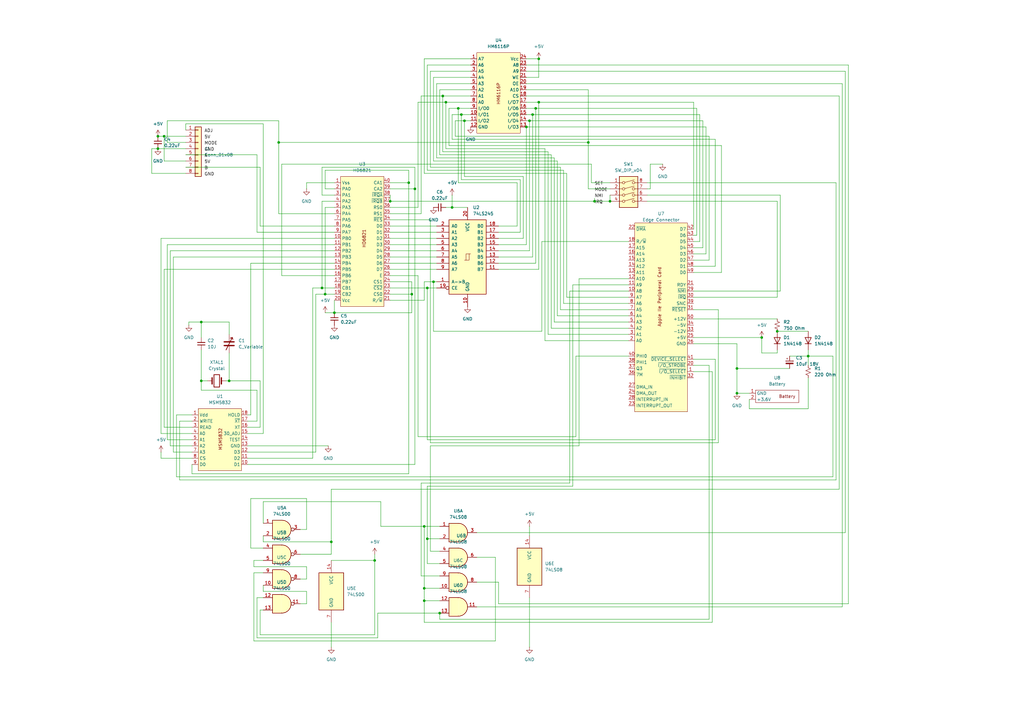
<source format=kicad_sch>
(kicad_sch (version 20250114) (generator "eeschema") (generator_version "9.0")
  (paper "A3")
  (junction (at 302.26 151.13))
  (junction (at 132.08 118.11))
  (junction (at 82.55 156.21))
  (junction (at 302.26 161.29))
  (junction (at 182.88 41.91))
  (junction (at 173.99 215.9))
  (junction (at 185.42 85.09))
  (junction (at 220.98 24.13))
  (junction (at 67.31 55.88))
  (junction (at 219.71 44.45))
  (junction (at 135.89 222.25))
  (junction (at 160.02 82.55))
  (junction (at 93.98 156.21))
  (junction (at 187.96 44.45))
  (junction (at 318.77 135.89))
  (junction (at 215.9 52.07))
  (junction (at 190.5 49.53))
  (junction (at 168.91 120.65))
  (junction (at 175.26 118.11))
  (junction (at 331.47 146.05))
  (junction (at 82.55 132.08))
  (junction (at 220.98 41.91))
  (junction (at 217.17 49.53))
  (junction (at 153.67 229.87))
  (junction (at 189.23 46.99))
  (junction (at 250.19 82.55))
  (junction (at 173.99 246.38))
  (junction (at 181.61 39.37))
  (junction (at 180.34 251.46))
  (junction (at 133.35 120.65))
  (junction (at 173.99 241.3))
  (junction (at 218.44 46.99))
  (junction (at 167.64 74.93))
  (junction (at 241.3 58.42))
  (junction (at 175.26 220.98))
  (junction (at 114.3 58.42))
  (junction (at 64.77 60.96))
  (junction (at 177.8 115.57))
  (junction (at 64.77 55.88))
  (junction (at 170.18 77.47))
  (junction (at 312.42 138.43))
  (junction (at 243.84 82.55))
  (junction (at 137.16 128.27))
  (wire (pts (xy 173.99 71.12) (xy 173.99 24.13)))
  (wire (pts (xy 137.16 92.71) (xy 106.68 92.71)))
  (wire (pts (xy 228.6 129.54) (xy 228.6 66.04)))
  (wire (pts (xy 137.16 85.09) (xy 133.35 85.09)))
  (wire (pts (xy 289.56 52.07) (xy 215.9 52.07)))
  (wire (pts (xy 236.22 146.05) (xy 236.22 179.07)))
  (wire (pts (xy 104.14 229.87) (xy 107.95 229.87)))
  (wire (pts (xy 69.85 102.87) (xy 69.85 182.88)))
  (wire (pts (xy 284.48 130.81) (xy 318.77 130.81)))
  (wire (pts (xy 105.41 245.11) (xy 105.41 261.62)))
  (wire (pts (xy 102.87 107.95) (xy 102.87 170.18)))
  (wire (pts (xy 71.12 105.41) (xy 137.16 105.41)))
  (wire (pts (xy 175.26 26.67) (xy 193.04 26.67)))
  (wire (pts (xy 290.83 55.88) (xy 186.69 55.88)))
  (wire (pts (xy 204.47 238.76) (xy 195.58 238.76)))
  (wire (pts (xy 114.3 87.63) (xy 114.3 58.42)))
  (wire (pts (xy 173.99 24.13) (xy 193.04 24.13)))
  (wire (pts (xy 177.8 66.04) (xy 177.8 31.75)))
  (wire (pts (xy 284.48 138.43) (xy 312.42 138.43)))
  (wire (pts (xy 180.34 254) (xy 180.34 251.46)))
  (wire (pts (xy 68.58 49.53) (xy 68.58 58.42)))
  (wire (pts (xy 82.55 132.08) (xy 77.47 132.08)))
  (wire (pts (xy 154.94 251.46) (xy 180.34 251.46)))
  (wire (pts (xy 257.81 121.92) (xy 232.41 121.92)))
  (wire (pts (xy 132.08 82.55) (xy 132.08 118.11)))
  (wire (pts (xy 177.8 31.75) (xy 193.04 31.75)))
  (wire (pts (xy 187.96 74.93) (xy 187.96 44.45)))
  (wire (pts (xy 128.27 118.11) (xy 128.27 187.96)))
  (wire (pts (xy 137.16 82.55) (xy 132.08 82.55)))
  (wire (pts (xy 171.45 113.03) (xy 160.02 113.03)))
  (wire (pts (xy 104.14 262.89) (xy 104.14 234.95)))
  (wire (pts (xy 137.16 87.63) (xy 114.3 87.63)))
  (wire (pts (xy 331.47 146.05) (xy 331.47 143.51)))
  (wire (pts (xy 186.69 55.88) (xy 186.69 49.53)))
  (wire (pts (xy 236.22 179.07) (xy 171.45 179.07)))
  (wire (pts (xy 292.1 152.4) (xy 292.1 255.27)))
  (wire (pts (xy 195.58 228.6) (xy 203.2 228.6)))
  (wire (pts (xy 203.2 228.6) (xy 203.2 262.89)))
  (wire (pts (xy 76.2 66.04) (xy 67.31 66.04)))
  (wire (pts (xy 204.47 95.25) (xy 213.36 95.25)))
  (wire (pts (xy 189.23 46.99) (xy 193.04 46.99)))
  (wire (pts (xy 204.47 102.87) (xy 217.17 102.87)))
  (wire (pts (xy 176.53 29.21) (xy 193.04 29.21)))
  (wire (pts (xy 73.66 196.85) (xy 342.9 196.85)))
  (wire (pts (xy 223.52 60.96) (xy 182.88 60.96)))
  (wire (pts (xy 215.9 31.75) (xy 220.98 31.75)))
  (wire (pts (xy 288.29 101.6) (xy 288.29 49.53)))
  (wire (pts (xy 160.02 82.55) (xy 243.84 82.55)))
  (wire (pts (xy 82.55 132.08) (xy 93.98 132.08)))
  (wire (pts (xy 76.2 50.8) (xy 76.2 53.34)))
  (wire (pts (xy 168.91 128.27) (xy 137.16 128.27)))
  (wire (pts (xy 72.39 170.18) (xy 72.39 195.58)))
  (wire (pts (xy 284.48 140.97) (xy 302.26 140.97)))
  (wire (pts (xy 224.79 62.23) (xy 181.61 62.23)))
  (wire (pts (xy 64.77 55.88) (xy 67.31 55.88)))
  (wire (pts (xy 115.57 67.31) (xy 242.57 67.31)))
  (wire (pts (xy 226.06 134.62) (xy 226.06 63.5)))
  (wire (pts (xy 125.73 247.65) (xy 125.73 242.57)))
  (wire (pts (xy 153.67 260.35) (xy 153.67 229.87)))
  (wire (pts (xy 105.41 261.62) (xy 154.94 261.62)))
  (wire (pts (xy 257.81 124.46) (xy 231.14 124.46)))
  (wire (pts (xy 137.16 95.25) (xy 105.41 95.25)))
  (wire (pts (xy 137.16 113.03) (xy 115.57 113.03)))
  (wire (pts (xy 170.18 77.47) (xy 160.02 77.47)))
  (wire (pts (xy 312.42 144.78) (xy 312.42 138.43)))
  (wire (pts (xy 67.31 55.88) (xy 67.31 66.04)))
  (wire (pts (xy 105.41 172.72) (xy 105.41 160.02)))
  (wire (pts (xy 173.99 246.38) (xy 173.99 241.3)))
  (wire (pts (xy 284.48 101.6) (xy 288.29 101.6)))
  (wire (pts (xy 101.6 172.72) (xy 105.41 172.72)))
  (wire (pts (xy 257.81 114.3) (xy 237.49 114.3)))
  (wire (pts (xy 218.44 46.99) (xy 215.9 46.99)))
  (wire (pts (xy 233.68 198.12) (xy 233.68 119.38)))
  (wire (pts (xy 156.21 205.74) (xy 156.21 215.9)))
  (wire (pts (xy 288.29 49.53) (xy 217.17 49.53)))
  (wire (pts (xy 68.58 180.34) (xy 78.74 180.34)))
  (wire (pts (xy 180.34 63.5) (xy 180.34 36.83)))
  (wire (pts (xy 67.31 110.49) (xy 137.16 110.49)))
  (wire (pts (xy 176.53 68.58) (xy 176.53 29.21)))
  (wire (pts (xy 137.16 128.27) (xy 137.16 123.19)))
  (wire (pts (xy 284.48 96.52) (xy 285.75 96.52)))
  (wire (pts (xy 177.8 135.89) (xy 177.8 115.57)))
  (wire (pts (xy 82.55 143.51) (xy 82.55 156.21)))
  (wire (pts (xy 69.85 102.87) (xy 137.16 102.87)))
  (wire (pts (xy 318.77 82.55) (xy 265.43 82.55)))
  (wire (pts (xy 241.3 36.83) (xy 215.9 36.83)))
  (wire (pts (xy 106.68 260.35) (xy 153.67 260.35)))
  (wire (pts (xy 204.47 105.41) (xy 218.44 105.41)))
  (wire (pts (xy 293.37 57.15) (xy 185.42 57.15)))
  (wire (pts (xy 125.73 237.49) (xy 125.73 232.41)))
  (wire (pts (xy 204.47 97.79) (xy 214.63 97.79)))
  (wire (pts (xy 213.36 95.25) (xy 213.36 73.66)))
  (wire (pts (xy 250.19 77.47) (xy 241.3 77.47)))
  (wire (pts (xy 344.17 39.37) (xy 344.17 200.66)))
  (wire (pts (xy 114.3 58.42) (xy 241.3 58.42)))
  (wire (pts (xy 175.26 220.98) (xy 180.34 220.98)))
  (wire (pts (xy 160.02 123.19) (xy 173.99 123.19)))
  (wire (pts (xy 345.44 34.29) (xy 345.44 248.92)))
  (wire (pts (xy 346.71 29.21) (xy 215.9 29.21)))
  (wire (pts (xy 106.68 156.21) (xy 93.98 156.21)))
  (wire (pts (xy 290.83 149.86) (xy 290.83 254)))
  (wire (pts (xy 223.52 139.7) (xy 223.52 60.96)))
  (wire (pts (xy 171.45 41.91) (xy 182.88 41.91)))
  (wire (pts (xy 243.84 81.28) (xy 243.84 82.55)))
  (wire (pts (xy 107.95 250.19) (xy 106.68 250.19)))
  (wire (pts (xy 69.85 182.88) (xy 78.74 182.88)))
  (wire (pts (xy 257.81 134.62) (xy 226.06 134.62)))
  (wire (pts (xy 237.49 114.3) (xy 237.49 182.88)))
  (wire (pts (xy 105.41 160.02) (xy 82.55 160.02)))
  (wire (pts (xy 175.26 69.85) (xy 175.26 26.67)))
  (wire (pts (xy 175.26 180.34) (xy 175.26 118.11)))
  (wire (pts (xy 266.7 77.47) (xy 266.7 67.31)))
  (wire (pts (xy 344.17 200.66) (xy 135.89 200.66)))
  (wire (pts (xy 257.81 116.84) (xy 234.95 116.84)))
  (wire (pts (xy 176.53 181.61) (xy 294.64 181.61)))
  (wire (pts (xy 189.23 73.66) (xy 189.23 46.99)))
  (wire (pts (xy 135.89 222.25) (xy 135.89 227.33)))
  (wire (pts (xy 104.14 234.95) (xy 107.95 234.95)))
  (wire (pts (xy 105.41 63.5) (xy 76.2 63.5)))
  (wire (pts (xy 62.23 71.12) (xy 62.23 60.96)))
  (wire (pts (xy 318.77 144.78) (xy 312.42 144.78)))
  (wire (pts (xy 82.55 156.21) (xy 85.09 156.21)))
  (wire (pts (xy 187.96 44.45) (xy 193.04 44.45)))
  (wire (pts (xy 137.16 77.47) (xy 133.35 77.47)))
  (wire (pts (xy 160.02 105.41) (xy 179.07 105.41)))
  (wire (pts (xy 184.15 44.45) (xy 187.96 44.45)))
  (wire (pts (xy 318.77 135.89) (xy 331.47 135.89)))
  (wire (pts (xy 242.57 74.93) (xy 250.19 74.93)))
  (wire (pts (xy 168.91 120.65) (xy 168.91 128.27)))
  (wire (pts (xy 160.02 85.09) (xy 171.45 85.09)))
  (wire (pts (xy 102.87 224.79) (xy 107.95 224.79)))
  (wire (pts (xy 284.48 119.38) (xy 320.04 119.38)))
  (wire (pts (xy 212.09 92.71) (xy 212.09 74.93)))
  (wire (pts (xy 128.27 118.11) (xy 132.08 118.11)))
  (wire (pts (xy 190.5 72.39) (xy 190.5 49.53)))
  (wire (pts (xy 170.18 68.58) (xy 170.18 77.47)))
  (wire (pts (xy 231.14 69.85) (xy 175.26 69.85)))
  (wire (pts (xy 215.9 100.33) (xy 215.9 52.07)))
  (wire (pts (xy 220.98 31.75) (xy 220.98 24.13)))
  (wire (pts (xy 341.63 146.05) (xy 331.47 146.05)))
  (wire (pts (xy 135.89 200.66) (xy 135.89 222.25)))
  (wire (pts (xy 179.07 64.77) (xy 179.07 34.29)))
  (wire (pts (xy 284.48 147.32) (xy 293.37 147.32)))
  (wire (pts (xy 229.87 68.58) (xy 176.53 68.58)))
  (wire (pts (xy 125.73 217.17) (xy 125.73 204.47)))
  (wire (pts (xy 153.67 227.33) (xy 153.67 229.87)))
  (wire (pts (xy 295.91 111.76) (xy 295.91 59.69)))
  (wire (pts (xy 346.71 218.44) (xy 346.71 29.21)))
  (wire (pts (xy 180.34 236.22) (xy 172.72 236.22)))
  (wire (pts (xy 67.31 110.49) (xy 67.31 175.26)))
  (wire (pts (xy 106.68 250.19) (xy 106.68 260.35)))
  (wire (pts (xy 114.3 49.53) (xy 68.58 49.53)))
  (wire (pts (xy 93.98 156.21) (xy 92.71 156.21)))
  (wire (pts (xy 182.88 41.91) (xy 193.04 41.91)))
  (wire (pts (xy 125.73 232.41) (xy 104.14 232.41)))
  (wire (pts (xy 160.02 102.87) (xy 179.07 102.87)))
  (wire (pts (xy 132.08 68.58) (xy 170.18 68.58)))
  (wire (pts (xy 172.72 87.63) (xy 172.72 39.37)))
  (wire (pts (xy 185.42 57.15) (xy 185.42 46.99)))
  (wire (pts (xy 234.95 116.84) (xy 234.95 199.39)))
  (wire (pts (xy 67.31 55.88) (xy 76.2 55.88)))
  (wire (pts (xy 185.42 80.01) (xy 185.42 85.09)))
  (wire (pts (xy 160.02 95.25) (xy 179.07 95.25)))
  (wire (pts (xy 212.09 74.93) (xy 187.96 74.93)))
  (wire (pts (xy 135.89 255.27) (xy 135.89 265.43)))
  (wire (pts (xy 186.69 49.53) (xy 190.5 49.53)))
  (wire (pts (xy 76.2 71.12) (xy 62.23 71.12)))
  (wire (pts (xy 107.95 219.71) (xy 107.95 222.25)))
  (wire (pts (xy 101.6 182.88) (xy 134.62 182.88)))
  (wire (pts (xy 173.99 123.19) (xy 173.99 115.57)))
  (wire (pts (xy 62.23 60.96) (xy 64.77 60.96)))
  (wire (pts (xy 217.17 102.87) (xy 217.17 49.53)))
  (wire (pts (xy 171.45 85.09) (xy 171.45 41.91)))
  (wire (pts (xy 227.33 132.08) (xy 227.33 64.77)))
  (wire (pts (xy 68.58 58.42) (xy 76.2 58.42)))
  (wire (pts (xy 185.42 85.09) (xy 191.77 85.09)))
  (wire (pts (xy 168.91 115.57) (xy 168.91 120.65)))
  (wire (pts (xy 257.81 129.54) (xy 228.6 129.54)))
  (wire (pts (xy 284.48 152.4) (xy 292.1 152.4)))
  (wire (pts (xy 160.02 118.11) (xy 175.26 118.11)))
  (wire (pts (xy 284.48 104.14) (xy 289.56 104.14)))
  (wire (pts (xy 241.3 58.42) (xy 241.3 36.83)))
  (wire (pts (xy 160.02 107.95) (xy 179.07 107.95)))
  (wire (pts (xy 320.04 119.38) (xy 320.04 80.01)))
  (wire (pts (xy 107.95 214.63) (xy 107.95 205.74)))
  (wire (pts (xy 137.16 100.33) (xy 68.58 100.33)))
  (wire (pts (xy 129.54 120.65) (xy 129.54 185.42)))
  (wire (pts (xy 172.72 39.37) (xy 181.61 39.37)))
  (wire (pts (xy 220.98 41.91) (xy 220.98 110.49)))
  (wire (pts (xy 71.12 185.42) (xy 78.74 185.42)))
  (wire (pts (xy 107.95 205.74) (xy 156.21 205.74)))
  (wire (pts (xy 227.33 64.77) (xy 179.07 64.77)))
  (wire (pts (xy 133.35 85.09) (xy 133.35 120.65)))
  (wire (pts (xy 66.04 187.96) (xy 66.04 185.42)))
  (wire (pts (xy 172.72 236.22) (xy 172.72 198.12)))
  (wire (pts (xy 214.63 97.79) (xy 214.63 72.39)))
  (wire (pts (xy 331.47 154.94) (xy 331.47 167.64)))
  (wire (pts (xy 160.02 87.63) (xy 172.72 87.63)))
  (wire (pts (xy 185.42 46.99) (xy 189.23 46.99)))
  (wire (pts (xy 72.39 195.58) (xy 341.63 195.58)))
  (wire (pts (xy 101.6 177.8) (xy 107.95 177.8)))
  (wire (pts (xy 106.68 92.71) (xy 106.68 68.58)))
  (wire (pts (xy 234.95 199.39) (xy 175.26 199.39)))
  (wire (pts (xy 125.73 74.93) (xy 125.73 77.47)))
  (wire (pts (xy 173.99 255.27) (xy 173.99 246.38)))
  (wire (pts (xy 331.47 167.64) (xy 307.34 167.64)))
  (wire (pts (xy 78.74 172.72) (xy 73.66 172.72)))
  (wire (pts (xy 204.47 107.95) (xy 219.71 107.95)))
  (wire (pts (xy 175.26 118.11) (xy 179.07 118.11)))
  (wire (pts (xy 217.17 245.11) (xy 217.17 265.43)))
  (wire (pts (xy 184.15 59.69) (xy 184.15 44.45)))
  (wire (pts (xy 167.64 194.31) (xy 78.74 194.31)))
  (wire (pts (xy 331.47 149.86) (xy 331.47 146.05)))
  (wire (pts (xy 213.36 73.66) (xy 189.23 73.66)))
  (wire (pts (xy 135.89 227.33) (xy 123.19 227.33)))
  (wire (pts (xy 204.47 247.65) (xy 204.47 238.76)))
  (wire (pts (xy 105.41 95.25) (xy 105.41 63.5)))
  (wire (pts (xy 160.02 92.71) (xy 179.07 92.71)))
  (wire (pts (xy 64.77 60.96) (xy 76.2 60.96)))
  (wire (pts (xy 68.58 100.33) (xy 68.58 180.34)))
  (wire (pts (xy 172.72 198.12) (xy 233.68 198.12)))
  (wire (pts (xy 203.2 262.89) (xy 104.14 262.89)))
  (wire (pts (xy 173.99 115.57) (xy 177.8 115.57)))
  (wire (pts (xy 284.48 106.68) (xy 290.83 106.68)))
  (wire (pts (xy 257.81 137.16) (xy 224.79 137.16)))
  (wire (pts (xy 347.98 26.67) (xy 347.98 247.65)))
  (wire (pts (xy 294.64 181.61) (xy 294.64 127)))
  (wire (pts (xy 160.02 80.01) (xy 160.02 82.55)))
  (wire (pts (xy 241.3 77.47) (xy 241.3 58.42)))
  (wire (pts (xy 160.02 120.65) (xy 168.91 120.65)))
  (wire (pts (xy 320.04 80.01) (xy 265.43 80.01)))
  (wire (pts (xy 132.08 118.11) (xy 137.16 118.11)))
  (wire (pts (xy 82.55 160.02) (xy 82.55 156.21)))
  (wire (pts (xy 295.91 59.69) (xy 184.15 59.69)))
  (wire (pts (xy 222.25 99.06) (xy 222.25 135.89)))
  (wire (pts (xy 217.17 215.9) (xy 217.17 219.71)))
  (wire (pts (xy 101.6 175.26) (xy 106.68 175.26)))
  (wire (pts (xy 293.37 147.32) (xy 293.37 180.34)))
  (wire (pts (xy 293.37 180.34) (xy 175.26 180.34)))
  (wire (pts (xy 160.02 110.49) (xy 179.07 110.49)))
  (wire (pts (xy 231.14 124.46) (xy 231.14 69.85)))
  (wire (pts (xy 66.04 177.8) (xy 78.74 177.8)))
  (wire (pts (xy 293.37 109.22) (xy 293.37 57.15)))
  (wire (pts (xy 222.25 135.89) (xy 177.8 135.89)))
  (wire (pts (xy 101.6 187.96) (xy 128.27 187.96)))
  (wire (pts (xy 257.81 127) (xy 229.87 127)))
  (wire (pts (xy 341.63 195.58) (xy 341.63 146.05)))
  (wire (pts (xy 129.54 120.65) (xy 133.35 120.65)))
  (wire (pts (xy 220.98 41.91) (xy 284.48 41.91)))
  (wire (pts (xy 102.87 107.95) (xy 137.16 107.95)))
  (wire (pts (xy 219.71 44.45) (xy 215.9 44.45)))
  (wire (pts (xy 242.57 67.31) (xy 242.57 74.93)))
  (wire (pts (xy 160.02 115.57) (xy 168.91 115.57)))
  (wire (pts (xy 107.95 245.11) (xy 105.41 245.11)))
  (wire (pts (xy 228.6 66.04) (xy 177.8 66.04)))
  (wire (pts (xy 154.94 261.62) (xy 154.94 251.46)))
  (wire (pts (xy 167.64 74.93) (xy 167.64 194.31)))
  (wire (pts (xy 284.48 109.22) (xy 293.37 109.22)))
  (wire (pts (xy 66.04 97.79) (xy 137.16 97.79)))
  (wire (pts (xy 182.88 60.96) (xy 182.88 41.91)))
  (wire (pts (xy 215.9 41.91) (xy 220.98 41.91)))
  (wire (pts (xy 250.19 80.01) (xy 250.19 82.55)))
  (wire (pts (xy 243.84 82.55) (xy 250.19 82.55)))
  (wire (pts (xy 181.61 62.23) (xy 181.61 39.37)))
  (wire (pts (xy 173.99 246.38) (xy 180.34 246.38)))
  (wire (pts (xy 218.44 105.41) (xy 218.44 46.99)))
  (wire (pts (xy 190.5 49.53) (xy 193.04 49.53)))
  (wire (pts (xy 102.87 204.47) (xy 102.87 224.79)))
  (wire (pts (xy 73.66 172.72) (xy 73.66 196.85)))
  (wire (pts (xy 107.95 50.8) (xy 76.2 50.8)))
  (wire (pts (xy 123.19 247.65) (xy 125.73 247.65)))
  (wire (pts (xy 93.98 137.16) (xy 93.98 132.08)))
  (wire (pts (xy 229.87 127) (xy 229.87 68.58)))
  (wire (pts (xy 107.95 177.8) (xy 107.95 50.8)))
  (wire (pts (xy 284.48 99.06) (xy 287.02 99.06)))
  (wire (pts (xy 257.81 146.05) (xy 236.22 146.05)))
  (wire (pts (xy 232.41 121.92) (xy 232.41 71.12)))
  (wire (pts (xy 226.06 63.5) (xy 180.34 63.5)))
  (wire (pts (xy 302.26 151.13) (xy 302.26 140.97)))
  (wire (pts (xy 237.49 182.88) (xy 176.53 182.88)))
  (wire (pts (xy 171.45 179.07) (xy 171.45 113.03)))
  (wire (pts (xy 106.68 68.58) (xy 76.2 68.58)))
  (wire (pts (xy 220.98 24.13) (xy 215.9 24.13)))
  (wire (pts (xy 77.47 132.08) (xy 77.47 133.35)))
  (wire (pts (xy 67.31 175.26) (xy 78.74 175.26)))
  (wire (pts (xy 257.81 99.06) (xy 222.25 99.06)))
  (wire (pts (xy 177.8 115.57) (xy 179.07 115.57)))
  (wire (pts (xy 284.48 111.76) (xy 295.91 111.76)))
  (wire (pts (xy 173.99 241.3) (xy 180.34 241.3)))
  (wire (pts (xy 345.44 248.92) (xy 195.58 248.92)))
  (wire (pts (xy 66.04 97.79) (xy 66.04 177.8)))
  (wire (pts (xy 104.14 232.41) (xy 104.14 229.87)))
  (wire (pts (xy 93.98 144.78) (xy 93.98 156.21)))
  (wire (pts (xy 153.67 229.87) (xy 135.89 229.87)))
  (wire (pts (xy 232.41 71.12) (xy 173.99 71.12)))
  (wire (pts (xy 318.77 144.78) (xy 318.77 143.51)))
  (wire (pts (xy 215.9 34.29) (xy 345.44 34.29)))
  (wire (pts (xy 323.85 146.05) (xy 331.47 146.05)))
  (wire (pts (xy 287.02 99.06) (xy 287.02 46.99)))
  (wire (pts (xy 179.07 34.29) (xy 193.04 34.29)))
  (wire (pts (xy 78.74 194.31) (xy 78.74 190.5)))
  (wire (pts (xy 342.9 74.93) (xy 265.43 74.93)))
  (wire (pts (xy 180.34 36.83) (xy 193.04 36.83)))
  (wire (pts (xy 302.26 151.13) (xy 323.85 151.13)))
  (wire (pts (xy 214.63 72.39) (xy 190.5 72.39)))
  (wire (pts (xy 173.99 215.9) (xy 180.34 215.9)))
  (wire (pts (xy 294.64 127) (xy 284.48 127)))
  (wire (pts (xy 265.43 77.47) (xy 266.7 77.47)))
  (wire (pts (xy 133.35 128.27) (xy 137.16 128.27)))
  (wire (pts (xy 176.53 90.17) (xy 176.53 181.61)))
  (wire (pts (xy 78.74 187.96) (xy 66.04 187.96)))
  (wire (pts (xy 82.55 132.08) (xy 82.55 138.43)))
  (wire (pts (xy 204.47 110.49) (xy 220.98 110.49)))
  (wire (pts (xy 175.26 220.98) (xy 175.26 231.14)))
  (wire (pts (xy 182.88 85.09) (xy 185.42 85.09)))
  (wire (pts (xy 175.26 199.39) (xy 175.26 220.98)))
  (wire (pts (xy 266.7 67.31) (xy 271.78 67.31)))
  (wire (pts (xy 160.02 90.17) (xy 176.53 90.17)))
  (wire (pts (xy 133.35 69.85) (xy 167.64 69.85)))
  (wire (pts (xy 204.47 100.33) (xy 215.9 100.33)))
  (wire (pts (xy 302.26 161.29) (xy 307.34 161.29)))
  (wire (pts (xy 204.47 92.71) (xy 212.09 92.71)))
  (wire (pts (xy 217.17 49.53) (xy 215.9 49.53)))
  (wire (pts (xy 219.71 107.95) (xy 219.71 44.45)))
  (wire (pts (xy 106.68 175.26) (xy 106.68 156.21)))
  (wire (pts (xy 125.73 204.47) (xy 102.87 204.47)))
  (wire (pts (xy 123.19 237.49) (xy 125.73 237.49)))
  (wire (pts (xy 115.57 113.03) (xy 115.57 67.31)))
  (wire (pts (xy 137.16 74.93) (xy 125.73 74.93)))
  (wire (pts (xy 289.56 104.14) (xy 289.56 52.07)))
  (wire (pts (xy 195.58 218.44) (xy 346.71 218.44)))
  (wire (pts (xy 290.83 254) (xy 180.34 254)))
  (wire (pts (xy 284.48 41.91) (xy 284.48 93.98)))
  (wire (pts (xy 125.73 242.57) (xy 107.95 242.57)))
  (wire (pts (xy 175.26 231.14) (xy 180.34 231.14)))
  (wire (pts (xy 257.81 139.7) (xy 223.52 139.7)))
  (wire (pts (xy 71.12 185.42) (xy 71.12 105.41)))
  (wire (pts (xy 160.02 97.79) (xy 179.07 97.79)))
  (wire (pts (xy 137.16 80.01) (xy 132.08 80.01)))
  (wire (pts (xy 233.68 119.38) (xy 257.81 119.38)))
  (wire (pts (xy 318.77 121.92) (xy 318.77 82.55)))
  (wire (pts (xy 285.75 96.52) (xy 285.75 44.45)))
  (wire (pts (xy 307.34 167.64) (xy 307.34 163.83)))
  (wire (pts (xy 347.98 247.65) (xy 204.47 247.65)))
  (wire (pts (xy 342.9 196.85) (xy 342.9 74.93)))
  (wire (pts (xy 181.61 39.37) (xy 193.04 39.37)))
  (wire (pts (xy 215.9 39.37) (xy 344.17 39.37)))
  (wire (pts (xy 292.1 255.27) (xy 173.99 255.27)))
  (wire (pts (xy 156.21 215.9) (xy 173.99 215.9)))
  (wire (pts (xy 133.35 120.65) (xy 137.16 120.65)))
  (wire (pts (xy 173.99 241.3) (xy 173.99 215.9)))
  (wire (pts (xy 167.64 69.85) (xy 167.64 74.93)))
  (wire (pts (xy 224.79 137.16) (xy 224.79 62.23)))
  (wire (pts (xy 284.48 121.92) (xy 318.77 121.92)))
  (wire (pts (xy 102.87 170.18) (xy 101.6 170.18)))
  (wire (pts (xy 107.95 242.57) (xy 107.95 240.03)))
  (wire (pts (xy 302.26 161.29) (xy 302.26 151.13)))
  (wire (pts (xy 101.6 185.42) (xy 129.54 185.42)))
  (wire (pts (xy 133.35 77.47) (xy 133.35 69.85)))
  (wire (pts (xy 132.08 80.01) (xy 132.08 68.58)))
  (wire (pts (xy 123.19 217.17) (xy 125.73 217.17)))
  (wire (pts (xy 215.9 26.67) (xy 347.98 26.67)))
  (wire (pts (xy 170.18 190.5) (xy 101.6 190.5)))
  (wire (pts (xy 170.18 77.47) (xy 170.18 190.5)))
  (wire (pts (xy 78.74 170.18) (xy 72.39 170.18)))
  (wire (pts (xy 284.48 149.86) (xy 290.83 149.86)))
  (wire (pts (xy 176.53 226.06) (xy 180.34 226.06)))
  (wire (pts (xy 167.64 74.93) (xy 160.02 74.93)))
  (wire (pts (xy 290.83 106.68) (xy 290.83 55.88)))
  (wire (pts (xy 287.02 46.99) (xy 218.44 46.99)))
  (wire (pts (xy 285.75 44.45) (xy 219.71 44.45)))
  (wire (pts (xy 114.3 58.42) (xy 114.3 49.53)))
  (wire (pts (xy 160.02 100.33) (xy 179.07 100.33)))
  (wire (pts (xy 257.81 132.08) (xy 227.33 132.08)))
  (wire (pts (xy 107.95 222.25) (xy 135.89 222.25)))
  (wire (pts (xy 176.53 182.88) (xy 176.53 226.06)))
  (label "GND" (at 83.82 62.23 0))
  (label "IRQ" (at 243.84 83.82 0))
  (label "MODE" (at 243.84 78.74 0))
  (label "SET" (at 243.84 76.2 0))
  (label "MODE" (at 83.82 59.69 0))
  (label "5V" (at 83.82 67.31 0))
  (label "5V" (at 83.82 57.15 0))
  (label "GND" (at 83.82 72.39 0))
  (label "B" (at 83.82 69.85 0))
  (label "NMI" (at 243.84 81.28 0))
  (label "ADJ" (at 83.82 54.61 0))
  (label "A" (at 83.82 64.77 0))
  (symbol (lib_id "Diode:1N4148") (at 318.77 139.7 90) (unit 1)
    (property "Reference" "D1" (at 321.31 138.4299 90) (effects (justify right)))
    (property "Value" "1N4148" (at 321.31 140.9699 90) (effects (justify right)))
    (property "Footprint" "AE Timemaster II HO:Diode" (effects (hide yes)))
    (property "Datasheet" "https://assets.nexperia.com/documents/data-sheet/1N4148_1N4448.pdf" (effects (hide yes)))
    (property "Description" "100V 0.15A standard switching diode, DO-35" (effects (hide yes)))
    (property "Sim.Device" "D" (effects (hide yes)))
    (property "Sim.Pins" "1=K 2=A" (effects (hide yes)))
    (property "MfrPartNo" "  1N4148-T50A" (effects (hide yes)))
  )
  (symbol (lib_id "74xx:74LS00") (at 135.89 242.57 0) (unit 5)
    (property "Reference" "U5" (at 142.24 241.2999 0) (effects (justify left)))
    (property "Value" "74LS00" (at 142.24 243.8399 0) (effects (justify left)))
    (property "Footprint" "AE Timemaster II HO:DIP-14_W7.62mm_Socket_LongPads" (effects (hide yes)))
    (property "Datasheet" "http://www.ti.com/lit/gpn/sn74ls00" (effects (hide yes)))
    (property "Description" "quad 2-input NAND gate" (effects (hide yes)))
    (property "MfrPartNo" "  DILB14P-223TLF" (effects (hide yes)))
  )
  (symbol (lib_id "power:GND") (at 191.77 125.73 0) (unit 1)
    (property "Reference" "#PWR04" (effects (hide yes)))
    (property "Value" "GND" (at 191.77 130.81 0))
    (property "Description" "Power symbol creates a global label with name \"GND\" , ground" (effects (hide yes)))
  )
  (symbol (lib_id "power:+5V") (at 133.35 128.27 0) (unit 1)
    (property "Reference" "#PWR03" (effects (hide yes)))
    (property "Value" "+5V" (at 133.35 123.19 0))
    (property "Description" "Power symbol creates a global label with name \"+5V\"" (effects (hide yes)))
  )
  (symbol (lib_id "Device:C_Small") (at 82.55 140.97 180) (unit 1)
    (property "Reference" "C2" (at 85.09 139.6935 0) (effects (justify right)))
    (property "Value" "10J" (at 85.09 142.2335 0) (effects (justify right)))
    (property "Footprint" "AE Timemaster II HO:C_Disc_D10.0mm_W2.5mm_P5.00mm" (effects (hide yes)))
    (property "Description" "Unpolarized capacitor, small symbol" (effects (hide yes)))
    (property "MfrPartNo" "C317C100J5G5TA" (effects (hide yes)))
  )
  (symbol (lib_id "power:GND") (at 193.04 52.07 0) (unit 1)
    (property "Reference" "#PWR07" (effects (hide yes)))
    (property "Value" "GND" (at 193.04 57.15 0))
    (property "Description" "Power symbol creates a global label with name \"GND\" , ground" (effects (hide yes)))
  )
  (symbol (lib_id "power:GND") (at 125.73 77.47 0) (unit 1)
    (property "Reference" "#PWR01" (effects (hide yes)))
    (property "Value" "GND" (at 125.73 82.55 0))
    (property "Description" "Power symbol creates a global label with name \"GND\" , ground" (effects (hide yes)))
  )
  (symbol (lib_id "power:GND") (at 271.78 67.31 0) (unit 1)
    (property "Reference" "#PWR020" (effects (hide yes)))
    (property "Value" "GND" (at 271.78 72.39 0))
    (property "Description" "Power symbol creates a global label with name \"GND\" , ground" (effects (hide yes)))
  )
  (symbol (lib_id "Apple:IIeSlot") (at 270.51 128.27 0) (unit 1)
    (property "Reference" "U7" (at 271.145 87.63 0))
    (property "Value" "Edge Connector" (at 271.145 90.17 0))
    (property "Footprint" "Apple:EDGE_50" (effects (hide yes)))
  )
  (symbol (lib_id "Switch:SW_DIP_x04") (at 257.81 80.01 0) (unit 1)
    (property "Reference" "SW1" (at 257.81 67.31 0))
    (property "Value" "SW_DIP_x04" (at 257.81 69.85 0))
    (property "Footprint" "AE Timemaster II HO:DIP-4_Switch" (effects (hide yes)))
    (property "Description" "4x DIP Switch, Single Pole Single Throw (SPST) switch, small symbol" (effects (hide yes)))
    (property "MfrPartNo" "76SB04T" (effects (hide yes)))
  )
  (symbol (lib_id "power:GND") (at 134.62 182.88 0) (unit 1)
    (property "Reference" "#PWR010" (effects (hide yes)))
    (property "Value" "GND" (at 134.62 187.96 0))
    (property "Description" "Power symbol creates a global label with name \"GND\" , ground" (effects (hide yes)))
  )
  (symbol (lib_id "power:GND") (at 135.89 265.43 0) (unit 1)
    (property "Reference" "#PWR017" (effects (hide yes)))
    (property "Value" "GND" (at 135.89 270.51 0))
    (property "Description" "Power symbol creates a global label with name \"GND\" , ground" (effects (hide yes)))
  )
  (symbol (lib_id "74xx:74LS08") (at 217.17 232.41 0) (unit 5)
    (property "Reference" "U6" (at 223.52 231.1399 0) (effects (justify left)))
    (property "Value" "74LS08" (at 223.52 233.6799 0) (effects (justify left)))
    (property "Footprint" "AE Timemaster II HO:DIP-14_W7.62mm_Socket_LongPads" (effects (hide yes)))
    (property "Datasheet" "http://www.ti.com/lit/gpn/sn74LS08" (effects (hide yes)))
    (property "Description" "Quad And2" (effects (hide yes)))
    (property "MfrPartNo" "  DILB14P-223TLF" (effects (hide yes)))
  )
  (symbol (lib_id "Device:Crystal") (at 88.9 156.21 0) (unit 1)
    (property "Reference" "XTAL1" (at 88.9 148.59 0))
    (property "Value" "Crystal" (at 88.9 151.13 0))
    (property "Footprint" "AE Timemaster II HO:Crystal" (effects (hide yes)))
    (property "Description" "Two pin crystal" (effects (hide yes)))
    (property "MfrPartNo" "32.768K12.5P2/DT38" (effects (hide yes)))
  )
  (symbol (lib_id "74xx:74LS08") (at 187.96 228.6 0) (unit 2)
    (property "Reference" "U6" (at 189.2217 219.71 0))
    (property "Value" "74LS08" (at 187.9517 222.25 0))
    (property "Footprint" "AE Timemaster II HO:DIP-14_W7.62mm_Socket_LongPads" (effects (hide yes)))
    (property "Datasheet" "http://www.ti.com/lit/gpn/sn74LS08" (effects (hide yes)))
    (property "Description" "Quad And2" (effects (hide yes)))
    (property "MfrPartNo" "  DILB14P-223TLF" (effects (hide yes)))
  )
  (symbol (lib_id "power:+5V") (at 64.77 55.88 0) (unit 1)
    (property "Reference" "#PWR012" (effects (hide yes)))
    (property "Value" "+5V" (at 64.77 50.8 0))
    (property "Description" "Power symbol creates a global label with name \"+5V\"" (effects (hide yes)))
  )
  (symbol (lib_id "power:GND") (at 77.47 133.35 0) (unit 1)
    (property "Reference" "#PWR011" (effects (hide yes)))
    (property "Value" "GND" (at 77.47 138.43 0))
    (property "Description" "Power symbol creates a global label with name \"GND\" , ground" (effects (hide yes)))
  )
  (symbol (lib_id "74xx:74LS245") (at 191.77 105.41 0) (unit 1)
    (property "Reference" "U2" (at 193.9641 85.09 0) (effects (justify left)))
    (property "Value" "74LS245" (at 193.9641 87.63 0) (effects (justify left)))
    (property "Footprint" "AE Timemaster II HO:DIP-20_W7.62mm_Socket_LongPads" (effects (hide yes)))
    (property "Datasheet" "http://www.ti.com/lit/gpn/sn74LS245" (effects (hide yes)))
    (property "Description" "Octal BUS Transceivers, 3-State outputs" (effects (hide yes)))
    (property "MfrPartNo" "  DILB20P-223TLF" (effects (hide yes)))
  )
  (symbol (lib_id "AE Timemaster II HO:MSM5832") (at 90.17 180.34 0) (unit 1)
    (property "Reference" "U1" (at 90.17 162.56 0))
    (property "Value" "MSM5832" (at 90.17 165.1 0))
    (property "Footprint" "AE Timemaster II HO:DIP-18_W7.62mm_Socket_LongPads" (effects (hide yes)))
    (property "MfrPartNo" "  DILB18P-223TLF" (effects (hide yes)))
  )
  (symbol (lib_id "Device:C_Small") (at 137.16 130.81 0) (unit 1)
    (property "Reference" "C5" (at 139.7 129.5462 0) (effects (justify left)))
    (property "Value" "0.22uF" (at 139.7 132.0862 0) (effects (justify left)))
    (property "Footprint" "AE Timemaster II HO:C_Disc_D10.0mm_W2.5mm_P5.00mm" (effects (hide yes)))
    (property "Description" "Unpolarized capacitor, small symbol" (effects (hide yes)))
    (property "MfrPartNo" "C323C224J2R5TA" (effects (hide yes)))
  )
  (symbol (lib_id "power:GND") (at 64.77 60.96 0) (unit 1)
    (property "Reference" "#PWR013" (effects (hide yes)))
    (property "Value" "GND" (at 64.77 66.04 0))
    (property "Description" "Power symbol creates a global label with name \"GND\" , ground" (effects (hide yes)))
  )
  (symbol (lib_id "power:+5V") (at 220.98 24.13 0) (unit 1)
    (property "Reference" "#PWR02" (effects (hide yes)))
    (property "Value" "+5V" (at 220.98 19.05 0))
    (property "Description" "Power symbol creates a global label with name \"+5V\"" (effects (hide yes)))
  )
  (symbol (lib_id "Device:C_Small") (at 64.77 58.42 0) (unit 1)
    (property "Reference" "C4" (at 67.31 57.1562 0) (effects (justify left)))
    (property "Value" "0.22uF" (at 67.31 59.6962 0) (effects (justify left)))
    (property "Footprint" "AE Timemaster II HO:C_Disc_D10.0mm_W2.5mm_P5.00mm" (effects (hide yes)))
    (property "Description" "Unpolarized capacitor, small symbol" (effects (hide yes)))
    (property "MfrPartNo" "C323C224J2R5TA" (effects (hide yes)))
  )
  (symbol (lib_id "74xx:74LS00") (at 115.57 217.17 0) (unit 1)
    (property "Reference" "U5" (at 115.5617 208.28 0))
    (property "Value" "74LS00" (at 115.5617 210.82 0))
    (property "Footprint" "AE Timemaster II HO:DIP-14_W7.62mm_Socket_LongPads" (effects (hide yes)))
    (property "Datasheet" "http://www.ti.com/lit/gpn/sn74ls00" (effects (hide yes)))
    (property "Description" "quad 2-input NAND gate" (effects (hide yes)))
    (property "MfrPartNo" "  DILB14P-223TLF" (effects (hide yes)))
  )
  (symbol (lib_id "AE Timemaster II HO:HD46821P-3") (at 148.59 97.79 0) (unit 1)
    (property "Reference" "U3" (at 148.59 67.31 0))
    (property "Value" "HD6821" (at 148.59 69.85 0))
    (property "Footprint" "AE Timemaster II HO:DIP-40_W15.24mm_Socket_LongPads" (effects (hide yes)))
    (property "MfrPartNo" "DILB40P-223TLF" (effects (hide yes)))
  )
  (symbol (lib_id "74xx:74LS08") (at 187.96 218.44 0) (unit 1)
    (property "Reference" "U6" (at 187.9517 209.55 0))
    (property "Value" "74LS08" (at 187.9517 212.09 0))
    (property "Footprint" "AE Timemaster II HO:DIP-14_W7.62mm_Socket_LongPads" (effects (hide yes)))
    (property "Datasheet" "http://www.ti.com/lit/gpn/sn74LS08" (effects (hide yes)))
    (property "Description" "Quad And2" (effects (hide yes)))
    (property "MfrPartNo" "  DILB14P-223TLF" (effects (hide yes)))
  )
  (symbol (lib_id "74xx:74LS00") (at 115.57 237.49 0) (unit 3)
    (property "Reference" "U5" (at 115.5617 228.6 0))
    (property "Value" "74LS00" (at 115.5617 231.14 0))
    (property "Footprint" "AE Timemaster II HO:DIP-14_W7.62mm_Socket_LongPads" (effects (hide yes)))
    (property "Datasheet" "http://www.ti.com/lit/gpn/sn74ls00" (effects (hide yes)))
    (property "Description" "quad 2-input NAND gate" (effects (hide yes)))
    (property "MfrPartNo" "  DILB14P-223TLF" (effects (hide yes)))
  )
  (symbol (lib_id "Device:C_Variable") (at 93.98 140.97 0) (unit 1)
    (property "Reference" "C1" (at 97.79 139.6999 0) (effects (justify left)))
    (property "Value" "C_Variable" (at 97.79 142.2399 0) (effects (justify left)))
    (property "Footprint" "AE Timemaster II HO:Trimmer Cap" (effects (hide yes)))
    (property "Description" "Variable capacitor" (effects (hide yes)))
    (property "MfrPartNo" "BFC280831409" (effects (hide yes)))
  )
  (symbol (lib_id "Connector_Generic:Conn_01x08") (at 81.28 60.96 0) (unit 1)
    (property "Reference" "J1" (at 83.82 60.9599 0) (effects (justify left)))
    (property "Value" "Conn_01x08" (at 83.82 63.4999 0) (effects (justify left)))
    (property "Footprint" "AE Timemaster II HO:HDR-4_Pin" (effects (hide yes)))
    (property "Description" "Generic connector, single row, 01x08, script generated (kicad-library-utils/schlib/autogen/connector/)" (effects (hide yes)))
    (property "MfrPartNo" "  PH1RA-04-UA (2x)" (effects (hide yes)))
  )
  (symbol (lib_id "74xx:74LS08") (at 187.96 248.92 0) (unit 4)
    (property "Reference" "U6" (at 187.9517 240.03 0))
    (property "Value" "74LS08" (at 187.9517 242.57 0))
    (property "Footprint" "AE Timemaster II HO:DIP-14_W7.62mm_Socket_LongPads" (effects (hide yes)))
    (property "Datasheet" "http://www.ti.com/lit/gpn/sn74LS08" (effects (hide yes)))
    (property "Description" "Quad And2" (effects (hide yes)))
    (property "MfrPartNo" "  DILB14P-223TLF" (effects (hide yes)))
  )
  (symbol (lib_id "Diode:1N4148") (at 331.47 139.7 90) (unit 1)
    (property "Reference" "D2" (at 334.01 138.4299 90) (effects (justify right)))
    (property "Value" "1N4148" (at 334.01 140.9699 90) (effects (justify right)))
    (property "Footprint" "AE Timemaster II HO:Diode" (effects (hide yes)))
    (property "Datasheet" "https://assets.nexperia.com/documents/data-sheet/1N4148_1N4448.pdf" (effects (hide yes)))
    (property "Description" "100V 0.15A standard switching diode, DO-35" (effects (hide yes)))
    (property "Sim.Device" "D" (effects (hide yes)))
    (property "Sim.Pins" "1=K 2=A" (effects (hide yes)))
    (property "MfrPartNo" "  1N4148-T50A" (effects (hide yes)))
  )
  (symbol (lib_id "74xx:74LS00") (at 115.57 247.65 0) (unit 4)
    (property "Reference" "U5" (at 115.5617 238.76 0))
    (property "Value" "74LS00" (at 115.5617 241.3 0))
    (property "Footprint" "AE Timemaster II HO:DIP-14_W7.62mm_Socket_LongPads" (effects (hide yes)))
    (property "Datasheet" "http://www.ti.com/lit/gpn/sn74ls00" (effects (hide yes)))
    (property "Description" "quad 2-input NAND gate" (effects (hide yes)))
    (property "MfrPartNo" "  DILB14P-223TLF" (effects (hide yes)))
  )
  (symbol (lib_id "power:+5V") (at 185.42 80.01 0) (unit 1)
    (property "Reference" "#PWR08" (effects (hide yes)))
    (property "Value" "+5V" (at 185.42 74.93 0))
    (property "Description" "Power symbol creates a global label with name \"+5V\"" (effects (hide yes)))
  )
  (symbol (lib_id "power:GND") (at 177.8 85.09 0) (unit 1)
    (property "Reference" "#PWR015" (effects (hide yes)))
    (property "Value" "GND" (at 177.8 90.17 0))
    (property "Description" "Power symbol creates a global label with name \"GND\" , ground" (effects (hide yes)))
  )
  (symbol (lib_id "AE Timemaster II HO:HM6116") (at 204.47 38.1 0) (unit 1)
    (property "Reference" "U4" (at 204.47 16.51 0))
    (property "Value" "HM6116P" (at 204.47 19.05 0))
    (property "Footprint" "AE Timemaster II HO:DIP-24_W15.24mm_Socket_LongPads" (effects (hide yes)))
    (property "MfrPartNo" "DILB24P-223TLF" (effects (hide yes)))
  )
  (symbol (lib_id "74xx:74LS08") (at 187.96 238.76 0) (unit 3)
    (property "Reference" "U6" (at 187.9517 229.87 0))
    (property "Value" "74LS08" (at 187.9517 232.41 0))
    (property "Footprint" "AE Timemaster II HO:DIP-14_W7.62mm_Socket_LongPads" (effects (hide yes)))
    (property "Datasheet" "http://www.ti.com/lit/gpn/sn74LS08" (effects (hide yes)))
    (property "Description" "Quad And2" (effects (hide yes)))
    (property "MfrPartNo" "  DILB14P-223TLF" (effects (hide yes)))
  )
  (symbol (lib_id "AE Timemaster II HO:Battery") (at 307.34 157.48 0) (unit 1)
    (property "Reference" "U8" (at 318.77 154.94 0))
    (property "Value" "Battery" (at 318.77 157.48 0))
    (property "Footprint" "AE Timemaster II HO:Varta Battery" (effects (hide yes)))
    (property "MfrPartNo" "55615-703-012" (effects (hide yes)))
  )
  (symbol (lib_id "power:GND") (at 137.16 133.35 0) (unit 1)
    (property "Reference" "#PWR014" (effects (hide yes)))
    (property "Value" "GND" (at 137.16 138.43 0))
    (property "Description" "Power symbol creates a global label with name \"GND\" , ground" (effects (hide yes)))
  )
  (symbol (lib_id "Device:R_Small_US") (at 318.77 133.35 0) (unit 1)
    (property "Reference" "R2" (at 321.31 132.0799 0) (effects (justify left)))
    (property "Value" "750 Ohm" (at 321.31 134.6199 0) (effects (justify left)))
    (property "Footprint" "AE Timemaster II HO:R_Axial" (effects (hide yes)))
    (property "Description" "Resistor, small US symbol" (effects (hide yes)))
    (property "MfrPartNo" "  FMP100JR-52-750R" (effects (hide yes)))
  )
  (symbol (lib_id "Device:R_Small_US") (at 331.47 152.4 0) (unit 1)
    (property "Reference" "R1" (at 334.01 151.1299 0) (effects (justify left)))
    (property "Value" "220 Ohm" (at 334.01 153.6699 0) (effects (justify left)))
    (property "Footprint" "AE Timemaster II HO:R_Axial" (effects (hide yes)))
    (property "Description" "Resistor, small US symbol" (effects (hide yes)))
    (property "MfrPartNo" "FMP100JR-52-220R" (effects (hide yes)))
  )
  (symbol (lib_id "74xx:74LS00") (at 115.57 227.33 0) (unit 2)
    (property "Reference" "U5" (at 115.5617 218.44 0))
    (property "Value" "74LS00" (at 115.5617 220.98 0))
    (property "Footprint" "AE Timemaster II HO:DIP-14_W7.62mm_Socket_LongPads" (effects (hide yes)))
    (property "Datasheet" "http://www.ti.com/lit/gpn/sn74ls00" (effects (hide yes)))
    (property "Description" "quad 2-input NAND gate" (effects (hide yes)))
    (property "MfrPartNo" "  DILB14P-223TLF" (effects (hide yes)))
  )
  (symbol (lib_id "power:GND") (at 217.17 265.43 0) (unit 1)
    (property "Reference" "#PWR016" (effects (hide yes)))
    (property "Value" "GND" (at 217.17 270.51 0))
    (property "Description" "Power symbol creates a global label with name \"GND\" , ground" (effects (hide yes)))
  )
  (symbol (lib_id "power:+5V") (at 153.67 227.33 0) (unit 1)
    (property "Reference" "#PWR019" (effects (hide yes)))
    (property "Value" "+5V" (at 153.67 222.25 0))
    (property "Description" "Power symbol creates a global label with name \"+5V\"" (effects (hide yes)))
  )
  (symbol (lib_id "power:GND") (at 302.26 161.29 0) (unit 1)
    (property "Reference" "#PWR06" (effects (hide yes)))
    (property "Value" "GND" (at 302.26 166.37 0))
    (property "Description" "Power symbol creates a global label with name \"GND\" , ground" (effects (hide yes)))
  )
  (symbol (lib_id "power:+5V") (at 66.04 185.42 0) (unit 1)
    (property "Reference" "#PWR09" (effects (hide yes)))
    (property "Value" "+5V" (at 66.04 180.34 0))
    (property "Description" "Power symbol creates a global label with name \"+5V\"" (effects (hide yes)))
  )
  (symbol (lib_id "Device:C_Polarized_Small") (at 323.85 148.59 0) (unit 1)
    (property "Reference" "C3" (at 326.39 146.7738 0) (effects (justify left)))
    (property "Value" "10uF 18V" (at 326.39 149.3138 0) (effects (justify left)))
    (property "Footprint" "AE Timemaster II HO:C_Axial" (effects (hide yes)))
    (property "Description" "Polarized capacitor, small symbol" (effects (hide yes)))
    (property "MfrPartNo" "106TTA100M" (effects (hide yes)))
  )
  (symbol (lib_id "power:+5V") (at 312.42 138.43 0) (unit 1)
    (property "Reference" "#PWR05" (effects (hide yes)))
    (property "Value" "+5V" (at 312.42 133.35 0))
    (property "Description" "Power symbol creates a global label with name \"+5V\"" (effects (hide yes)))
  )
  (symbol (lib_id "Device:C_Small") (at 180.34 85.09 90) (unit 1)
    (property "Reference" "C6" (at 180.3463 78.74 90))
    (property "Value" "0.22uF" (at 180.3463 81.28 90))
    (property "Footprint" "AE Timemaster II HO:C_Disc_D10.0mm_W2.5mm_P5.00mm" (effects (hide yes)))
    (property "Description" "Unpolarized capacitor, small symbol" (effects (hide yes)))
    (property "MfrPartNo" "C323C224J2R5TA" (effects (hide yes)))
  )
  (symbol (lib_id "power:+5V") (at 217.17 215.9 0) (unit 1)
    (property "Reference" "#PWR018" (effects (hide yes)))
    (property "Value" "+5V" (at 217.17 210.82 0))
    (property "Description" "Power symbol creates a global label with name \"+5V\"" (effects (hide yes)))
  )
)
</source>
